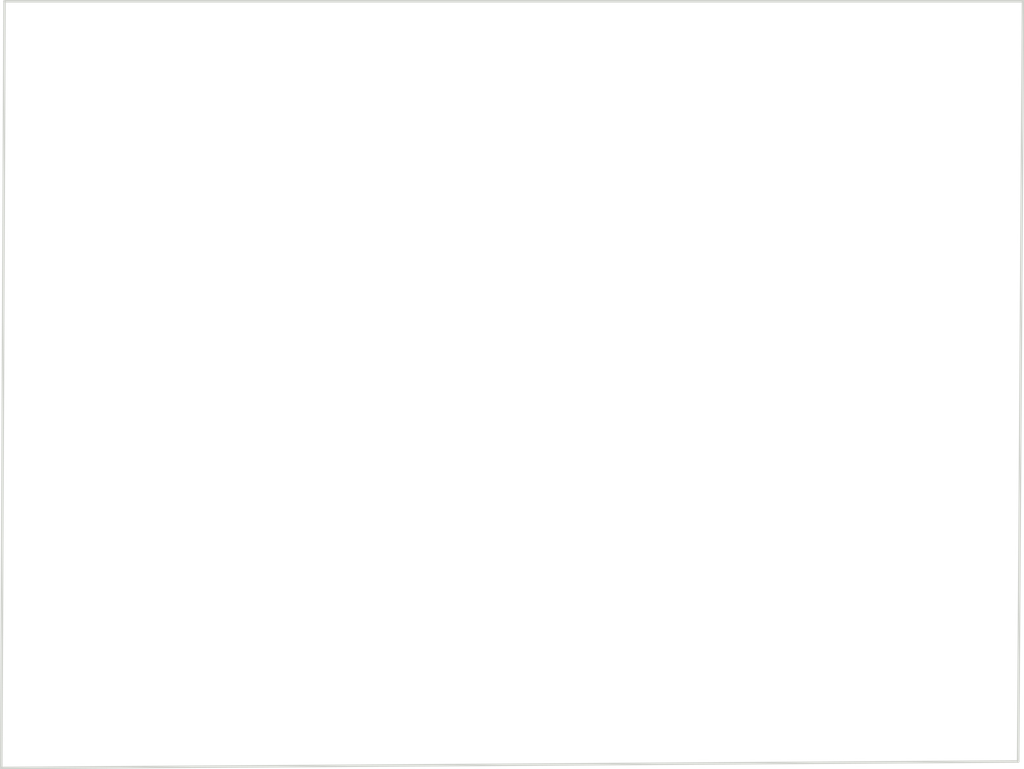
<source format=kicad_pcb>
(kicad_pcb (version 20211014) (generator pcbnew)

  (general
    (thickness 1.6)
  )

  (paper "A4")
  (layers
    (0 "F.Cu" signal)
    (31 "B.Cu" signal)
    (32 "B.Adhes" user "B.Adhesive")
    (33 "F.Adhes" user "F.Adhesive")
    (34 "B.Paste" user)
    (35 "F.Paste" user)
    (36 "B.SilkS" user "B.Silkscreen")
    (37 "F.SilkS" user "F.Silkscreen")
    (38 "B.Mask" user)
    (39 "F.Mask" user)
    (40 "Dwgs.User" user "User.Drawings")
    (41 "Cmts.User" user "User.Comments")
    (42 "Eco1.User" user "User.Eco1")
    (43 "Eco2.User" user "User.Eco2")
    (44 "Edge.Cuts" user)
    (45 "Margin" user)
    (46 "B.CrtYd" user "B.Courtyard")
    (47 "F.CrtYd" user "F.Courtyard")
    (48 "B.Fab" user)
    (49 "F.Fab" user)
    (50 "User.1" user)
    (51 "User.2" user)
    (52 "User.3" user)
    (53 "User.4" user)
    (54 "User.5" user)
    (55 "User.6" user)
    (56 "User.7" user)
    (57 "User.8" user)
    (58 "User.9" user)
  )

  (setup
    (stackup
      (layer "F.SilkS" (type "Top Silk Screen"))
      (layer "F.Paste" (type "Top Solder Paste"))
      (layer "F.Mask" (type "Top Solder Mask") (thickness 0.01))
      (layer "F.Cu" (type "copper") (thickness 0.035))
      (layer "dielectric 1" (type "core") (thickness 1.51) (material "FR4") (epsilon_r 4.5) (loss_tangent 0.02))
      (layer "B.Cu" (type "copper") (thickness 0.035))
      (layer "B.Mask" (type "Bottom Solder Mask") (thickness 0.01))
      (layer "B.Paste" (type "Bottom Solder Paste"))
      (layer "B.SilkS" (type "Bottom Silk Screen"))
      (copper_finish "None")
      (dielectric_constraints no)
    )
    (pad_to_mask_clearance 0)
    (pad_to_paste_clearance -0.05)
    (pcbplotparams
      (layerselection 0x00010fc_ffffffff)
      (disableapertmacros false)
      (usegerberextensions false)
      (usegerberattributes true)
      (usegerberadvancedattributes true)
      (creategerberjobfile true)
      (svguseinch false)
      (svgprecision 6)
      (excludeedgelayer true)
      (plotframeref false)
      (viasonmask false)
      (mode 1)
      (useauxorigin false)
      (hpglpennumber 1)
      (hpglpenspeed 20)
      (hpglpendiameter 15.000000)
      (dxfpolygonmode true)
      (dxfimperialunits true)
      (dxfusepcbnewfont true)
      (psnegative false)
      (psa4output false)
      (plotreference true)
      (plotvalue true)
      (plotinvisibletext false)
      (sketchpadsonfab false)
      (subtractmaskfromsilk false)
      (outputformat 1)
      (mirror false)
      (drillshape 0)
      (scaleselection 1)
      (outputdirectory "5242-drill-gerber/")
    )
  )

  (net 0 "")

  (gr_line (start 47.625 74.93) (end 127.254 74.93) (layer "Edge.Cuts") (width 0.2) (tstamp 2d8468a5-53c8-4af2-b20e-3f84e685f168))
  (gr_line (start 47.371 134.874) (end 47.625 74.93) (layer "Edge.Cuts") (width 0.2) (tstamp 5d88b541-1228-4a71-be7d-eb4d0dba26da))
  (gr_line (start 127.254 74.93) (end 126.873 134.366) (layer "Edge.Cuts") (width 0.2) (tstamp 6cd1eef1-7037-4853-8aa0-17e2380097c2))
  (gr_line (start 126.873 134.366) (end 47.371 134.874) (layer "Edge.Cuts") (width 0.2) (tstamp d7d170db-8961-40ef-9e2b-751ff82a0c42))

)

</source>
